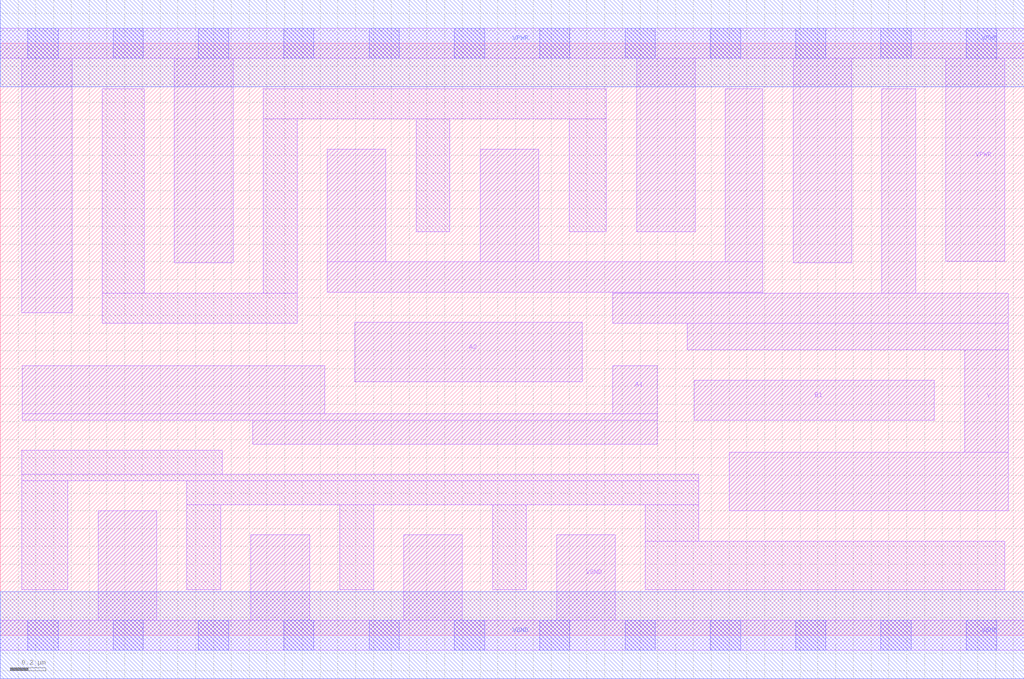
<source format=lef>
# Copyright 2020 The SkyWater PDK Authors
#
# Licensed under the Apache License, Version 2.0 (the "License");
# you may not use this file except in compliance with the License.
# You may obtain a copy of the License at
#
#     https://www.apache.org/licenses/LICENSE-2.0
#
# Unless required by applicable law or agreed to in writing, software
# distributed under the License is distributed on an "AS IS" BASIS,
# WITHOUT WARRANTIES OR CONDITIONS OF ANY KIND, either express or implied.
# See the License for the specific language governing permissions and
# limitations under the License.
#
# SPDX-License-Identifier: Apache-2.0

VERSION 5.7 ;
  NAMESCASESENSITIVE ON ;
  NOWIREEXTENSIONATPIN ON ;
  DIVIDERCHAR "/" ;
  BUSBITCHARS "[]" ;
UNITS
  DATABASE MICRONS 200 ;
END UNITS
MACRO sky130_fd_sc_lp__o21ai_4
  CLASS CORE ;
  SOURCE USER ;
  FOREIGN sky130_fd_sc_lp__o21ai_4 ;
  ORIGIN  0.000000  0.000000 ;
  SIZE  5.760000 BY  3.330000 ;
  SYMMETRY X Y R90 ;
  SITE unit ;
  PIN A1
    ANTENNAGATEAREA  1.260000 ;
    DIRECTION INPUT ;
    USE SIGNAL ;
    PORT
      LAYER li1 ;
        RECT 0.125000 1.210000 3.695000 1.245000 ;
        RECT 0.125000 1.245000 1.825000 1.515000 ;
        RECT 1.420000 1.075000 3.695000 1.210000 ;
        RECT 3.445000 1.245000 3.695000 1.515000 ;
    END
  END A1
  PIN A2
    ANTENNAGATEAREA  1.260000 ;
    DIRECTION INPUT ;
    USE SIGNAL ;
    PORT
      LAYER li1 ;
        RECT 1.995000 1.425000 3.275000 1.760000 ;
    END
  END A2
  PIN B1
    ANTENNAGATEAREA  1.260000 ;
    DIRECTION INPUT ;
    USE SIGNAL ;
    PORT
      LAYER li1 ;
        RECT 3.905000 1.210000 5.255000 1.435000 ;
    END
  END B1
  PIN Y
    ANTENNADIFFAREA  1.881600 ;
    DIRECTION OUTPUT ;
    USE SIGNAL ;
    PORT
      LAYER li1 ;
        RECT 1.840000 1.930000 4.290000 2.100000 ;
        RECT 1.840000 2.100000 2.170000 2.735000 ;
        RECT 2.700000 2.100000 3.030000 2.735000 ;
        RECT 3.445000 1.755000 5.670000 1.925000 ;
        RECT 3.445000 1.925000 4.290000 1.930000 ;
        RECT 3.865000 1.605000 5.670000 1.755000 ;
        RECT 4.080000 2.100000 4.290000 3.075000 ;
        RECT 4.100000 0.700000 5.670000 1.030000 ;
        RECT 4.960000 1.925000 5.150000 3.075000 ;
        RECT 5.425000 1.030000 5.670000 1.605000 ;
    END
  END Y
  PIN VGND
    DIRECTION INOUT ;
    USE GROUND ;
    PORT
      LAYER li1 ;
        RECT 0.000000 -0.085000 5.760000 0.085000 ;
        RECT 0.550000  0.085000 0.880000 0.700000 ;
        RECT 1.410000  0.085000 1.740000 0.565000 ;
        RECT 2.270000  0.085000 2.600000 0.565000 ;
        RECT 3.130000  0.085000 3.460000 0.565000 ;
      LAYER mcon ;
        RECT 0.155000 -0.085000 0.325000 0.085000 ;
        RECT 0.635000 -0.085000 0.805000 0.085000 ;
        RECT 1.115000 -0.085000 1.285000 0.085000 ;
        RECT 1.595000 -0.085000 1.765000 0.085000 ;
        RECT 2.075000 -0.085000 2.245000 0.085000 ;
        RECT 2.555000 -0.085000 2.725000 0.085000 ;
        RECT 3.035000 -0.085000 3.205000 0.085000 ;
        RECT 3.515000 -0.085000 3.685000 0.085000 ;
        RECT 3.995000 -0.085000 4.165000 0.085000 ;
        RECT 4.475000 -0.085000 4.645000 0.085000 ;
        RECT 4.955000 -0.085000 5.125000 0.085000 ;
        RECT 5.435000 -0.085000 5.605000 0.085000 ;
      LAYER met1 ;
        RECT 0.000000 -0.245000 5.760000 0.245000 ;
    END
  END VGND
  PIN VPWR
    DIRECTION INOUT ;
    USE POWER ;
    PORT
      LAYER li1 ;
        RECT 0.000000 3.245000 5.760000 3.415000 ;
        RECT 0.120000 1.815000 0.405000 3.245000 ;
        RECT 0.980000 2.095000 1.310000 3.245000 ;
        RECT 3.580000 2.270000 3.910000 3.245000 ;
        RECT 4.460000 2.095000 4.790000 3.245000 ;
        RECT 5.320000 2.105000 5.650000 3.245000 ;
      LAYER mcon ;
        RECT 0.155000 3.245000 0.325000 3.415000 ;
        RECT 0.635000 3.245000 0.805000 3.415000 ;
        RECT 1.115000 3.245000 1.285000 3.415000 ;
        RECT 1.595000 3.245000 1.765000 3.415000 ;
        RECT 2.075000 3.245000 2.245000 3.415000 ;
        RECT 2.555000 3.245000 2.725000 3.415000 ;
        RECT 3.035000 3.245000 3.205000 3.415000 ;
        RECT 3.515000 3.245000 3.685000 3.415000 ;
        RECT 3.995000 3.245000 4.165000 3.415000 ;
        RECT 4.475000 3.245000 4.645000 3.415000 ;
        RECT 4.955000 3.245000 5.125000 3.415000 ;
        RECT 5.435000 3.245000 5.605000 3.415000 ;
      LAYER met1 ;
        RECT 0.000000 3.085000 5.760000 3.575000 ;
    END
  END VPWR
  OBS
    LAYER li1 ;
      RECT 0.120000 0.255000 0.380000 0.870000 ;
      RECT 0.120000 0.870000 3.930000 0.905000 ;
      RECT 0.120000 0.905000 1.250000 1.040000 ;
      RECT 0.575000 1.755000 1.670000 1.925000 ;
      RECT 0.575000 1.925000 0.810000 3.075000 ;
      RECT 1.050000 0.255000 1.240000 0.735000 ;
      RECT 1.050000 0.735000 3.930000 0.870000 ;
      RECT 1.480000 1.925000 1.670000 2.905000 ;
      RECT 1.480000 2.905000 3.410000 3.075000 ;
      RECT 1.910000 0.255000 2.100000 0.735000 ;
      RECT 2.340000 2.270000 2.530000 2.905000 ;
      RECT 2.770000 0.255000 2.960000 0.735000 ;
      RECT 3.200000 2.270000 3.410000 2.905000 ;
      RECT 3.630000 0.255000 5.650000 0.530000 ;
      RECT 3.630000 0.530000 3.930000 0.735000 ;
  END
END sky130_fd_sc_lp__o21ai_4

</source>
